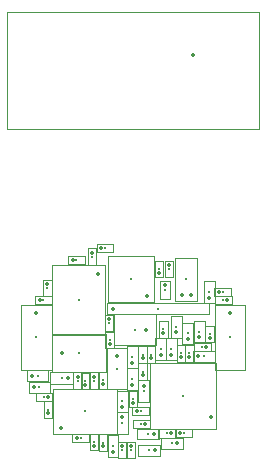
<source format=gbr>
%TF.GenerationSoftware,KiCad,Pcbnew,(6.0.0)*%
%TF.CreationDate,2022-12-05T09:42:48-05:00*%
%TF.ProjectId,headstage-16stim,68656164-7374-4616-9765-2d3136737469,A*%
%TF.SameCoordinates,Original*%
%TF.FileFunction,Component,L1,Top*%
%TF.FilePolarity,Positive*%
%FSLAX46Y46*%
G04 Gerber Fmt 4.6, Leading zero omitted, Abs format (unit mm)*
G04 Created by KiCad (PCBNEW (6.0.0)) date 2022-12-05 09:42:48*
%MOMM*%
%LPD*%
G01*
G04 APERTURE LIST*
%TA.AperFunction,ComponentMain*%
%ADD10C,0.300000*%
%TD*%
%TA.AperFunction,ComponentOutline,Courtyard*%
%ADD11C,0.100000*%
%TD*%
%TA.AperFunction,ComponentPin*%
%ADD12P,0.360000X4X0.000000*%
%TD*%
%TA.AperFunction,ComponentPin*%
%ADD13C,0.000000*%
%TD*%
G04 APERTURE END LIST*
D10*
%TO.C,"J1"*%
%TO.CFtp,"OE_COAX-ADAPTER-XFL-A"*%
%TO.CVal,"OE_COAX-ADAPTER-XFL-A (DNP)"*%
%TO.CLbN,"jonnew"*%
%TO.CMnt,SMD*%
%TO.CRot,0*%
X123670000Y-61500000D03*
D11*
X125469999Y-62799999D02*
X121870001Y-62799999D01*
X121870001Y-60200001D01*
X125469999Y-60200001D01*
X125469999Y-62799999D01*
D12*
%TO.P,"J1","1","In"*%
X124570000Y-61500000D03*
D13*
%TO.P,"J1","2","Ext"*%
X122770000Y-61500000D03*
%TD*%
D10*
%TO.C,"L7"*%
%TO.CFtp,"L_0402_1005Metric"*%
%TO.CVal,"BLM15AX102SN1D"*%
%TO.CLbN,"Inductor_SMD"*%
%TO.CMnt,SMD*%
%TO.CRot,90*%
X127150000Y-61225000D03*
D11*
X127619999Y-62154999D02*
X126680001Y-62154999D01*
X126680001Y-60295001D01*
X127619999Y-60295001D01*
X127619999Y-62154999D01*
D12*
%TO.P,"L7","1","1"*%
X127150000Y-61710000D03*
D13*
%TO.P,"L7","2","2"*%
X127150000Y-60740000D03*
%TD*%
D10*
%TO.C,"L2"*%
%TO.CFtp,"L_0402_1005Metric"*%
%TO.CVal,"BLM15AX102SN1D"*%
%TO.CLbN,"Inductor_SMD"*%
%TO.CMnt,SMD*%
%TO.CRot,90*%
X123450000Y-65650000D03*
D11*
X123919999Y-66579999D02*
X122980001Y-66579999D01*
X122980001Y-64720001D01*
X123919999Y-64720001D01*
X123919999Y-66579999D01*
D12*
%TO.P,"L2","1","1"*%
X123450000Y-66135000D03*
D13*
%TO.P,"L2","2","2"*%
X123450000Y-65165000D03*
%TD*%
D10*
%TO.C,"L1"*%
%TO.CFtp,"L_0402_1005Metric"*%
%TO.CVal,"BLM15AX102SN1D"*%
%TO.CLbN,"Inductor_SMD"*%
%TO.CMnt,SMD*%
%TO.CRot,180*%
X124870000Y-71700000D03*
D11*
X125799999Y-72169999D02*
X123940001Y-72169999D01*
X123940001Y-71230001D01*
X125799999Y-71230001D01*
X125799999Y-72169999D01*
D12*
%TO.P,"L1","1","1"*%
X125355000Y-71700000D03*
D13*
%TO.P,"L1","2","2"*%
X124385000Y-71700000D03*
%TD*%
D10*
%TO.C,"C41"*%
%TO.CFtp,"C_0201_0603Metric"*%
%TO.CVal,"0.1uF"*%
%TO.CLbN,"Capacitor_SMD"*%
%TO.CMnt,SMD*%
%TO.CRot,0*%
X119050000Y-70650000D03*
D11*
X119749999Y-70999999D02*
X118350001Y-70999999D01*
X118350001Y-70300001D01*
X119749999Y-70300001D01*
X119749999Y-70999999D01*
D12*
%TO.P,"C41","1"*%
X118730000Y-70650000D03*
D13*
%TO.P,"C41","2"*%
X119370000Y-70650000D03*
%TD*%
D10*
%TO.C,"SW1"*%
%TO.CFtp,"MITSUMI_R-668049"*%
%TO.CVal,"R-668049"*%
%TO.CLbN,"jonnew"*%
%TO.CMnt,SMD*%
%TO.CRot,90*%
X128012953Y-57232359D03*
D11*
X128937952Y-59057358D02*
X127087954Y-59057358D01*
X127087954Y-55407360D01*
X128937952Y-55407360D01*
X128937952Y-59057358D01*
D12*
%TO.P,"SW1","1","1"*%
X127637953Y-58557359D03*
X128387953Y-58557359D03*
D13*
%TO.P,"SW1","2","2"*%
X128387953Y-55907359D03*
X127637953Y-55907359D03*
%TD*%
D10*
%TO.C,"C36"*%
%TO.CFtp,"C_0201_0603Metric"*%
%TO.CVal,"10pF"*%
%TO.CLbN,"Capacitor_SMD"*%
%TO.CMnt,SMD*%
%TO.CRot,-90*%
X118800000Y-65800000D03*
D11*
X119149999Y-66499999D02*
X118450001Y-66499999D01*
X118450001Y-65100001D01*
X119149999Y-65100001D01*
X119149999Y-66499999D01*
D12*
%TO.P,"C36","1"*%
X118800000Y-65480000D03*
D13*
%TO.P,"C36","2"*%
X118800000Y-66120000D03*
%TD*%
D10*
%TO.C,"U8"*%
%TO.CFtp,"LATTICE_ufcBGA64C40P8X8_3.5X3.5X1.0"*%
%TO.CVal,"LIF-MD6000-6UMG64I"*%
%TO.CLbN,"jonnew"*%
%TO.CMnt,SMD*%
%TO.CRot,180*%
X123312953Y-57232359D03*
D11*
X125262952Y-59182358D02*
X121362954Y-59182358D01*
X121362954Y-55282360D01*
X125262952Y-55282360D01*
X125262952Y-59182358D01*
D12*
%TO.P,"U8","A1","DPHY1_CKP"*%
X124712953Y-58632359D03*
D13*
%TO.P,"U8","A2","DPHY1_CKN"*%
X124312953Y-58632359D03*
%TO.P,"U8","A3","DPHY1_DP3"*%
X123912953Y-58632359D03*
%TO.P,"U8","A4","DPHY1_DN3"*%
X123512953Y-58632359D03*
%TO.P,"U8","A5","DPHY0_DN2"*%
X123112953Y-58632359D03*
%TO.P,"U8","A6","DPHY0_DP0"*%
X122712953Y-58632359D03*
%TO.P,"U8","A7","DPHY0_CKP"*%
X122312953Y-58632359D03*
%TO.P,"U8","A8","DPHY0_CKN"*%
X121912953Y-58632359D03*
%TO.P,"U8","B1","DPHY1_DP2"*%
X124712953Y-58232359D03*
%TO.P,"U8","B2","DPHY1_DN2"*%
X124312953Y-58232359D03*
%TO.P,"U8","B3","DPHY1_DP1"*%
X123912953Y-58232359D03*
%TO.P,"U8","B4","DPHY1_DN1"*%
X123512953Y-58232359D03*
%TO.P,"U8","B5","DPHY0_DP2"*%
X123112953Y-58232359D03*
%TO.P,"U8","B6","DPHY0_DN0"*%
X122712953Y-58232359D03*
%TO.P,"U8","B7","DPHY0_DP3"*%
X122312953Y-58232359D03*
%TO.P,"U8","B8","DPHY0_DN3"*%
X121912953Y-58232359D03*
%TO.P,"U8","C1","DPHY1_DP0"*%
X124712953Y-57832359D03*
%TO.P,"U8","C2","DPHY1_DN0"*%
X124312953Y-57832359D03*
%TO.P,"U8","C3","PCLKT0_0/USER_SDA/PB47"*%
X123912953Y-57832359D03*
%TO.P,"U8","C4","VCCPLL_DPHYx_"*%
X123512953Y-57832359D03*
%TO.P,"U8","C5","VCCA_DPHYx"*%
X123112953Y-57832359D03*
%TO.P,"U8","C6","GNDA_DPHYx"*%
X122712953Y-57832359D03*
%TO.P,"U8","C7","DPHY0_DP1"*%
X122312953Y-57832359D03*
%TO.P,"U8","C8","DPHY0_DN1"*%
X121912953Y-57832359D03*
%TO.P,"U8","D1","PB34B"*%
X124712953Y-57432359D03*
%TO.P,"U8","D2","GR_PCLK1_0/PB34A"*%
X124312953Y-57432359D03*
%TO.P,"U8","D3","SPI_SS/CSN/SCL/PB52"*%
X123912953Y-57432359D03*
%TO.P,"U8","D4","GND"*%
X123512953Y-57432359D03*
%TO.P,"U8","D5","VCC"*%
X123112953Y-57432359D03*
%TO.P,"U8","D6","VCCAUX"*%
X122712953Y-57432359D03*
%TO.P,"U8","D7","PCLKT2_0_/PB16A"*%
X122312953Y-57432359D03*
%TO.P,"U8","D8","GPLLT2_0/PB12A"*%
X121912953Y-57432359D03*
%TO.P,"U8","E1","MISO/PB51"*%
X124712953Y-57032359D03*
%TO.P,"U8","E2","CRESET_B"*%
X124312953Y-57032359D03*
%TO.P,"U8","E3","PCLKT0_1/USER_SCL/PB48"*%
X123912953Y-57032359D03*
%TO.P,"U8","E4","VCC"*%
X123512953Y-57032359D03*
%TO.P,"U8","E5","GND"*%
X123112953Y-57032359D03*
%TO.P,"U8","E6","VCCIO2"*%
X122712953Y-57032359D03*
%TO.P,"U8","E7","PCLKC2_0_/PB16B"*%
X122312953Y-57032359D03*
%TO.P,"U8","E8","GPLLC2_0/PB12B"*%
X121912953Y-57032359D03*
%TO.P,"U8","F1","SPI_SCK/MCK/SDA/PB53"*%
X124712953Y-56632359D03*
%TO.P,"U8","F2","MOSI/PB50"*%
X124312953Y-56632359D03*
%TO.P,"U8","F3","VCCIO0"*%
X123912953Y-56632359D03*
%TO.P,"U8","F4","VCCIO1"*%
X123512953Y-56632359D03*
%TO.P,"U8","F5","GND"*%
X123112953Y-56632359D03*
%TO.P,"U8","F6","VCCIO2"*%
X122712953Y-56632359D03*
%TO.P,"U8","F7","GR_PCLK2_0_/PB6A"*%
X122312953Y-56632359D03*
%TO.P,"U8","F8","PB6B"*%
X121912953Y-56632359D03*
%TO.P,"U8","G1","PB38D"*%
X124712953Y-56232359D03*
%TO.P,"U8","G2","PB38C"*%
X124312953Y-56232359D03*
%TO.P,"U8","G3","PMU_WKUPN/CDONE/PB49"*%
X123912953Y-56232359D03*
%TO.P,"U8","G4","VCCGPLL"*%
X123512953Y-56232359D03*
%TO.P,"U8","G5","PCLKC1_0/PB29B"*%
X123112953Y-56232359D03*
%TO.P,"U8","G6","PCLKT1_0/PB29A"*%
X122712953Y-56232359D03*
%TO.P,"U8","G7","MIPI_CLKC2_0/PB2D"*%
X122312953Y-56232359D03*
%TO.P,"U8","G8","MIPI_CLKT2_0/PB2C"*%
X121912953Y-56232359D03*
%TO.P,"U8","H1","MIPI_CLKC1_0/PB34D"*%
X124712953Y-55832359D03*
%TO.P,"U8","H2","MIPI_CLKT1_0/PB34C"*%
X124312953Y-55832359D03*
%TO.P,"U8","H3","PCLKT1_1/PB29C"*%
X123912953Y-55832359D03*
%TO.P,"U8","H4","PCLKC1_1/PB29D"*%
X123512953Y-55832359D03*
%TO.P,"U8","H5","PCLKC2_1/PB16D"*%
X123112953Y-55832359D03*
%TO.P,"U8","H6","PCLKT2_1/PB16C"*%
X122712953Y-55832359D03*
%TO.P,"U8","H7","PB12D"*%
X122312953Y-55832359D03*
%TO.P,"U8","H8","PB12C"*%
X121912953Y-55832359D03*
%TD*%
D10*
%TO.C,"R15"*%
%TO.CFtp,"R_0201_0603Metric"*%
%TO.CVal,"49.9"*%
%TO.CLbN,"Resistor_SMD"*%
%TO.CMnt,SMD*%
%TO.CRot,90*%
X126070000Y-61450000D03*
D11*
X126419999Y-62149999D02*
X125720001Y-62149999D01*
X125720001Y-60750001D01*
X126419999Y-60750001D01*
X126419999Y-62149999D01*
D12*
%TO.P,"R15","1"*%
X126070000Y-61770000D03*
D13*
%TO.P,"R15","2"*%
X126070000Y-61130000D03*
%TD*%
D10*
%TO.C,"D2"*%
%TO.CFtp,"ROHM_SML-P11MTT86R"*%
%TO.CVal,"SML-P11UTT86R"*%
%TO.CLbN,"jonnew"*%
%TO.CMnt,SMD*%
%TO.CRot,-90*%
X126212953Y-58132359D03*
D11*
X126612952Y-58932358D02*
X125812954Y-58932358D01*
X125812954Y-57332360D01*
X126612952Y-57332360D01*
X126612952Y-58932358D01*
D12*
%TO.P,"D2","1","K"*%
X126212953Y-57682359D03*
D13*
%TO.P,"D2","2","A"*%
X126212953Y-58582359D03*
%TD*%
D10*
%TO.C,"U7"*%
%TO.CFtp,"TI_RHB0032P"*%
%TO.CVal,"DS90UB953A-Q1"*%
%TO.CLbN,"jonnew"*%
%TO.CMnt,SMD*%
%TO.CRot,180*%
X127700000Y-67100000D03*
D11*
X130499999Y-69899999D02*
X124900001Y-69899999D01*
X124900001Y-64300001D01*
X130499999Y-64300001D01*
X130499999Y-69899999D01*
D12*
%TO.P,"U7","1","CSI_D1P"*%
X130100000Y-68849999D03*
D13*
%TO.P,"U7","2","CSI_D1N"*%
X130100000Y-68350000D03*
%TO.P,"U7","3","CSI_D0P"*%
X130100000Y-67850001D03*
%TO.P,"U7","4","CSI_D0N"*%
X130100000Y-67350000D03*
%TO.P,"U7","5","CSI_CLKP"*%
X130100000Y-66850000D03*
%TO.P,"U7","6","CSI_CLKN"*%
X130100000Y-66350002D03*
%TO.P,"U7","7","RES0"*%
X130100000Y-65850000D03*
%TO.P,"U7","8","PDB"*%
X130100000Y-65350001D03*
%TO.P,"U7","9","LPF1"*%
X129449999Y-64700000D03*
%TO.P,"U7","10","VDDPLL_CAP"*%
X128950000Y-64700000D03*
%TO.P,"U7","11","VDDPLL"*%
X128450001Y-64700000D03*
%TO.P,"U7","12","LPF2"*%
X127950000Y-64700000D03*
%TO.P,"U7","13","DOUT-"*%
X127450000Y-64700000D03*
%TO.P,"U7","14","DOUT+"*%
X126950002Y-64700000D03*
%TO.P,"U7","15","VDDDRV_CAP"*%
X126450000Y-64700000D03*
%TO.P,"U7","16","VDDDRV"*%
X125950001Y-64700000D03*
%TO.P,"U7","17","GPIO_0"*%
X125300000Y-65350001D03*
%TO.P,"U7","18","GPIO_1"*%
X125300000Y-65850000D03*
%TO.P,"U7","19","CLK_OUT/IDX"*%
X125300000Y-66350002D03*
%TO.P,"U7","20","CLKIN"*%
X125300000Y-66850000D03*
%TO.P,"U7","21","MODE"*%
X125300000Y-67350000D03*
%TO.P,"U7","22","RES1"*%
X125300000Y-67850001D03*
%TO.P,"U7","23","SDA"*%
X125300000Y-68350000D03*
%TO.P,"U7","24","SCL"*%
X125300000Y-68849999D03*
%TO.P,"U7","25","VDDD"*%
X125950001Y-69500000D03*
%TO.P,"U7","26","VDDD_CAP"*%
X126450000Y-69500000D03*
%TO.P,"U7","27","GPIO_2"*%
X126950002Y-69500000D03*
%TO.P,"U7","28","GPIO_3"*%
X127450000Y-69500000D03*
%TO.P,"U7","29","CSI_D3P"*%
X127950000Y-69500000D03*
%TO.P,"U7","30","CSI_D3N"*%
X128450001Y-69500000D03*
%TO.P,"U7","31","CSI_D2P"*%
X128950000Y-69500000D03*
%TO.P,"U7","32","CSI_D2N"*%
X129449999Y-69500000D03*
%TO.P,"U7","33","DAP(GND)"*%
X127700000Y-67100000D03*
%TD*%
D10*
%TO.C,"J3"*%
%TO.CFtp,"IDC-Header_2x05_P2.54mm_Vertical"*%
%TO.CVal,"SBH11-PBPC-D05-ST-BK"*%
%TO.CLbN,"Connector_IDC"*%
%TO.CMnt,TH*%
%TO.CRot,-90*%
X128580000Y-38247500D03*
D11*
X134179999Y-44467499D02*
X112820001Y-44467499D01*
X112820001Y-34567501D01*
X134179999Y-34567501D01*
X134179999Y-44467499D01*
D12*
%TO.P,"J3","1","Pin_1"*%
X128580000Y-38247500D03*
D13*
%TO.P,"J3","2","Pin_2"*%
X128580000Y-40787500D03*
%TO.P,"J3","3","Pin_3"*%
X126040000Y-38247500D03*
%TO.P,"J3","4","Pin_4"*%
X126040000Y-40787500D03*
%TO.P,"J3","5","Pin_5"*%
X123500000Y-38247500D03*
%TO.P,"J3","6","Pin_6"*%
X123500000Y-40787500D03*
%TO.P,"J3","7","Pin_7"*%
X120960000Y-38247500D03*
%TO.P,"J3","8","Pin_8"*%
X120960000Y-40787500D03*
%TO.P,"J3","9","Pin_9"*%
X118420000Y-38247500D03*
%TO.P,"J3","10","Pin_10"*%
X118420000Y-40787500D03*
%TD*%
D10*
%TO.C,"C29"*%
%TO.CFtp,"C_0402_1005Metric"*%
%TO.CVal,"4.7uF"*%
%TO.CLbN,"Capacitor_SMD"*%
%TO.CMnt,SMD*%
%TO.CRot,0*%
X115570000Y-66350000D03*
D11*
X116479999Y-66809999D02*
X114660001Y-66809999D01*
X114660001Y-65890001D01*
X116479999Y-65890001D01*
X116479999Y-66809999D01*
D12*
%TO.P,"C29","1"*%
X115090000Y-66350000D03*
D13*
%TO.P,"C29","2"*%
X116050000Y-66350000D03*
%TD*%
D10*
%TO.C,"C40"*%
%TO.CFtp,"C_0201_0603Metric"*%
%TO.CVal,"0.1uF"*%
%TO.CLbN,"Capacitor_SMD"*%
%TO.CMnt,SMD*%
%TO.CRot,90*%
X119470000Y-65820000D03*
D11*
X119819999Y-66519999D02*
X119120001Y-66519999D01*
X119120001Y-65120001D01*
X119819999Y-65120001D01*
X119819999Y-66519999D01*
D12*
%TO.P,"C40","1"*%
X119470000Y-66140000D03*
D13*
%TO.P,"C40","2"*%
X119470000Y-65500000D03*
%TD*%
D10*
%TO.C,"R14"*%
%TO.CFtp,"R_0201_0603Metric"*%
%TO.CVal,"2k"*%
%TO.CLbN,"Resistor_SMD"*%
%TO.CMnt,SMD*%
%TO.CRot,90*%
X120930000Y-65780000D03*
D11*
X121279999Y-66479999D02*
X120580001Y-66479999D01*
X120580001Y-65080001D01*
X121279999Y-65080001D01*
X121279999Y-66479999D01*
D12*
%TO.P,"R14","1"*%
X120930000Y-66100000D03*
D13*
%TO.P,"R14","2"*%
X120930000Y-65460000D03*
%TD*%
D10*
%TO.C,"C20"*%
%TO.CFtp,"C_0201_0603Metric"*%
%TO.CVal,"0.1uF"*%
%TO.CLbN,"Capacitor_SMD"*%
%TO.CMnt,SMD*%
%TO.CRot,-90*%
X120000000Y-55300000D03*
D11*
X120349999Y-55999999D02*
X119650001Y-55999999D01*
X119650001Y-54600001D01*
X120349999Y-54600001D01*
X120349999Y-55999999D01*
D12*
%TO.P,"C20","1"*%
X120000000Y-54980000D03*
D13*
%TO.P,"C20","2"*%
X120000000Y-55620000D03*
%TD*%
D10*
%TO.C,"R25"*%
%TO.CFtp,"R_0201_0603Metric"*%
%TO.CVal,"1k"*%
%TO.CLbN,"Resistor_SMD"*%
%TO.CMnt,SMD*%
%TO.CRot,90*%
X125712953Y-56332359D03*
D11*
X126062952Y-57032358D02*
X125362954Y-57032358D01*
X125362954Y-55632360D01*
X126062952Y-55632360D01*
X126062952Y-57032358D01*
D12*
%TO.P,"R25","1"*%
X125712953Y-56652359D03*
D13*
%TO.P,"R25","2"*%
X125712953Y-56012359D03*
%TD*%
D10*
%TO.C,"C34"*%
%TO.CFtp,"C_0402_1005Metric"*%
%TO.CVal,"1uF"*%
%TO.CLbN,"Capacitor_SMD"*%
%TO.CMnt,SMD*%
%TO.CRot,-90*%
X124400000Y-66700000D03*
D11*
X124859999Y-67609999D02*
X123940001Y-67609999D01*
X123940001Y-65790001D01*
X124859999Y-65790001D01*
X124859999Y-67609999D01*
D12*
%TO.P,"C34","1"*%
X124400000Y-66220000D03*
D13*
%TO.P,"C34","2"*%
X124400000Y-67180000D03*
%TD*%
D10*
%TO.C,"R7"*%
%TO.CFtp,"R_0201_0603Metric"*%
%TO.CVal,"10k"*%
%TO.CLbN,"Resistor_SMD"*%
%TO.CMnt,SMD*%
%TO.CRot,0*%
X121130000Y-54570000D03*
D11*
X121829999Y-54919999D02*
X120430001Y-54919999D01*
X120430001Y-54220001D01*
X121829999Y-54220001D01*
X121829999Y-54919999D01*
D12*
%TO.P,"R7","1"*%
X120810000Y-54570000D03*
D13*
%TO.P,"R7","2"*%
X121450000Y-54570000D03*
%TD*%
D10*
%TO.C,"D3"*%
%TO.CFtp,"OSRAM_SFH2400FA-Tight"*%
%TO.CVal,"SFH 2400 FA"*%
%TO.CLbN,"jonnew"*%
%TO.CMnt,SMD*%
%TO.CRot,0*%
X131700000Y-62100000D03*
D11*
X132999999Y-64899999D02*
X130400001Y-64899999D01*
X130400001Y-59400001D01*
X132999999Y-59400001D01*
X132999999Y-64899999D01*
D12*
%TO.P,"D3","1","K"*%
X131700000Y-60050000D03*
D13*
%TO.P,"D3","3","A"*%
X131050000Y-64200000D03*
%TO.P,"D3","2","C"*%
X132350000Y-64200000D03*
%TD*%
D10*
%TO.C,"R8"*%
%TO.CFtp,"R_0201_0603Metric"*%
%TO.CVal,"2k"*%
%TO.CLbN,"Resistor_SMD"*%
%TO.CMnt,SMD*%
%TO.CRot,-90*%
X120160000Y-65800000D03*
D11*
X120509999Y-66499999D02*
X119810001Y-66499999D01*
X119810001Y-65100001D01*
X120509999Y-65100001D01*
X120509999Y-66499999D01*
D12*
%TO.P,"R8","1"*%
X120160000Y-65480000D03*
D13*
%TO.P,"R8","2"*%
X120160000Y-66120000D03*
%TD*%
D10*
%TO.C,"R20"*%
%TO.CFtp,"R_0201_0603Metric"*%
%TO.CVal,"4.7k"*%
%TO.CLbN,"Resistor_SMD"*%
%TO.CMnt,SMD*%
%TO.CRot,-90*%
X126512953Y-56332359D03*
D11*
X126862952Y-57032358D02*
X126162954Y-57032358D01*
X126162954Y-55632360D01*
X126862952Y-55632360D01*
X126862952Y-57032358D01*
D12*
%TO.P,"R20","1"*%
X126512953Y-56012359D03*
D13*
%TO.P,"R20","2"*%
X126512953Y-56652359D03*
%TD*%
D10*
%TO.C,"C8"*%
%TO.CFtp,"C_0201_0603Metric"*%
%TO.CVal,"10nF"*%
%TO.CLbN,"Capacitor_SMD"*%
%TO.CMnt,SMD*%
%TO.CRot,90*%
X124300000Y-63600000D03*
D11*
X124649999Y-64299999D02*
X123950001Y-64299999D01*
X123950001Y-62900001D01*
X124649999Y-62900001D01*
X124649999Y-64299999D01*
D12*
%TO.P,"C8","1"*%
X124300000Y-63920000D03*
D13*
%TO.P,"C8","2"*%
X124300000Y-63280000D03*
%TD*%
D10*
%TO.C,"C14"*%
%TO.CFtp,"C_0201_0603Metric"*%
%TO.CVal,"10nF"*%
%TO.CLbN,"Capacitor_SMD"*%
%TO.CMnt,SMD*%
%TO.CRot,180*%
X124210000Y-69480000D03*
D11*
X124909999Y-69829999D02*
X123510001Y-69829999D01*
X123510001Y-69130001D01*
X124909999Y-69130001D01*
X124909999Y-69829999D01*
D12*
%TO.P,"C14","1"*%
X124530000Y-69480000D03*
D13*
%TO.P,"C14","2"*%
X123890000Y-69480000D03*
%TD*%
D10*
%TO.C,"R11"*%
%TO.CFtp,"R_0201_0603Metric"*%
%TO.CVal,"4.7k"*%
%TO.CLbN,"Resistor_SMD"*%
%TO.CMnt,SMD*%
%TO.CRot,-90*%
X121490000Y-60910000D03*
D11*
X121839999Y-61609999D02*
X121140001Y-61609999D01*
X121140001Y-60210001D01*
X121839999Y-60210001D01*
X121839999Y-61609999D01*
D12*
%TO.P,"R11","1"*%
X121490000Y-60590000D03*
D13*
%TO.P,"R11","2"*%
X121490000Y-61230000D03*
%TD*%
D10*
%TO.C,"C12"*%
%TO.CFtp,"C_0402_1005Metric"*%
%TO.CVal,"0.1uF"*%
%TO.CLbN,"Capacitor_SMD"*%
%TO.CMnt,SMD*%
%TO.CRot,90*%
X125830000Y-63120000D03*
D11*
X126289999Y-64029999D02*
X125370001Y-64029999D01*
X125370001Y-62210001D01*
X126289999Y-62210001D01*
X126289999Y-64029999D01*
D12*
%TO.P,"C12","1"*%
X125830000Y-63600000D03*
D13*
%TO.P,"C12","2"*%
X125830000Y-62640000D03*
%TD*%
D10*
%TO.C,"C16"*%
%TO.CFtp,"C_0201_0603Metric"*%
%TO.CVal,"10nF"*%
%TO.CLbN,"Capacitor_SMD"*%
%TO.CMnt,SMD*%
%TO.CRot,90*%
X128275000Y-63500000D03*
D11*
X128624999Y-64199999D02*
X127925001Y-64199999D01*
X127925001Y-62800001D01*
X128624999Y-62800001D01*
X128624999Y-64199999D01*
D12*
%TO.P,"C16","1"*%
X128275000Y-63820000D03*
D13*
%TO.P,"C16","2"*%
X128275000Y-63180000D03*
%TD*%
D10*
%TO.C,"C17"*%
%TO.CFtp,"C_0402_1005Metric"*%
%TO.CVal,"1uF"*%
%TO.CLbN,"Capacitor_SMD"*%
%TO.CMnt,SMD*%
%TO.CRot,180*%
X124760000Y-70320000D03*
D11*
X125669999Y-70779999D02*
X123850001Y-70779999D01*
X123850001Y-69860001D01*
X125669999Y-69860001D01*
X125669999Y-70779999D01*
D12*
%TO.P,"C17","1"*%
X125240000Y-70320000D03*
D13*
%TO.P,"C17","2"*%
X124280000Y-70320000D03*
%TD*%
D10*
%TO.C,"C63"*%
%TO.CFtp,"C_0402_1005Metric"*%
%TO.CVal,"4.7uF"*%
%TO.CLbN,"Capacitor_SMD"*%
%TO.CMnt,SMD*%
%TO.CRot,90*%
X121800000Y-71350000D03*
D11*
X122259999Y-72259999D02*
X121340001Y-72259999D01*
X121340001Y-70440001D01*
X122259999Y-70440001D01*
X122259999Y-72259999D01*
D12*
%TO.P,"C63","1"*%
X121800000Y-71830000D03*
D13*
%TO.P,"C63","2"*%
X121800000Y-70870000D03*
%TD*%
D10*
%TO.C,"C4"*%
%TO.CFtp,"C_0201_0603Metric"*%
%TO.CVal,"0.1uF"*%
%TO.CLbN,"Capacitor_SMD"*%
%TO.CMnt,SMD*%
%TO.CRot,0*%
X127800000Y-70250000D03*
D11*
X128499999Y-70599999D02*
X127100001Y-70599999D01*
X127100001Y-69900001D01*
X128499999Y-69900001D01*
X128499999Y-70599999D01*
D12*
%TO.P,"C4","1"*%
X127480000Y-70250000D03*
D13*
%TO.P,"C4","2"*%
X128120000Y-70250000D03*
%TD*%
D10*
%TO.C,"C7"*%
%TO.CFtp,"C_0201_0603Metric"*%
%TO.CVal,"10nF"*%
%TO.CLbN,"Capacitor_SMD"*%
%TO.CMnt,SMD*%
%TO.CRot,180*%
X126350000Y-70275000D03*
D11*
X127049999Y-70624999D02*
X125650001Y-70624999D01*
X125650001Y-69925001D01*
X127049999Y-69925001D01*
X127049999Y-70624999D01*
D12*
%TO.P,"C7","1"*%
X126670000Y-70275000D03*
D13*
%TO.P,"C7","2"*%
X126030000Y-70275000D03*
%TD*%
D10*
%TO.C,"C26"*%
%TO.CFtp,"C_0201_0603Metric"*%
%TO.CVal,"0.1uF"*%
%TO.CLbN,"Capacitor_SMD"*%
%TO.CMnt,SMD*%
%TO.CRot,0*%
X131080000Y-58270000D03*
D11*
X131779999Y-58619999D02*
X130380001Y-58619999D01*
X130380001Y-57920001D01*
X131779999Y-57920001D01*
X131779999Y-58619999D01*
D12*
%TO.P,"C26","1"*%
X130760000Y-58270000D03*
D13*
%TO.P,"C26","2"*%
X131400000Y-58270000D03*
%TD*%
D10*
%TO.C,"C19"*%
%TO.CFtp,"C_0201_0603Metric"*%
%TO.CVal,"0.1uF"*%
%TO.CLbN,"Capacitor_SMD"*%
%TO.CMnt,SMD*%
%TO.CRot,-90*%
X122590000Y-71670000D03*
D11*
X122939999Y-72369999D02*
X122240001Y-72369999D01*
X122240001Y-70970001D01*
X122939999Y-70970001D01*
X122939999Y-72369999D01*
D12*
%TO.P,"C19","1"*%
X122590000Y-71350000D03*
D13*
%TO.P,"C19","2"*%
X122590000Y-71990000D03*
%TD*%
D10*
%TO.C,"C2"*%
%TO.CFtp,"C_0402_1005Metric"*%
%TO.CVal,"10uF"*%
%TO.CLbN,"Capacitor_SMD"*%
%TO.CMnt,SMD*%
%TO.CRot,90*%
X123450000Y-63800000D03*
D11*
X123909999Y-64709999D02*
X122990001Y-64709999D01*
X122990001Y-62890001D01*
X123909999Y-62890001D01*
X123909999Y-64709999D01*
D12*
%TO.P,"C2","1"*%
X123450000Y-64280000D03*
D13*
%TO.P,"C2","2"*%
X123450000Y-63320000D03*
%TD*%
D10*
%TO.C,"C1"*%
%TO.CFtp,"C_0402_1005Metric"*%
%TO.CVal,"10uF"*%
%TO.CLbN,"Capacitor_SMD"*%
%TO.CMnt,SMD*%
%TO.CRot,180*%
X126780000Y-71100000D03*
D11*
X127689999Y-71559999D02*
X125870001Y-71559999D01*
X125870001Y-70640001D01*
X127689999Y-70640001D01*
X127689999Y-71559999D01*
D12*
%TO.P,"C1","1"*%
X127260000Y-71100000D03*
D13*
%TO.P,"C1","2"*%
X126300000Y-71100000D03*
%TD*%
D10*
%TO.C,"U4"*%
%TO.CFtp,"LINEAR_SON50P300X500X80-19N-D"*%
%TO.CVal,"LTC3265xxHC#PBF"*%
%TO.CLbN,"jonnew"*%
%TO.CMnt,SMD*%
%TO.CRot,90*%
X119400000Y-68400000D03*
D11*
X122099999Y-70299999D02*
X116700001Y-70299999D01*
X116700001Y-66500001D01*
X122099999Y-66500001D01*
X122099999Y-70299999D01*
D12*
%TO.P,"U4","1","CBST-"*%
X117400000Y-69825000D03*
D13*
%TO.P,"U4","19","GND"*%
X119400000Y-68400000D03*
%TO.P,"U4","18","VOUT+"*%
X117400000Y-66975000D03*
%TO.P,"U4","17","LDO+"*%
X117900000Y-66975000D03*
%TO.P,"U4","16","ADJ+"*%
X118400000Y-66975000D03*
%TO.P,"U4","15","BYP+"*%
X118900000Y-66975000D03*
%TO.P,"U4","14","MODE"*%
X119400000Y-66975000D03*
%TO.P,"U4","13","EN+"*%
X119900000Y-66975000D03*
%TO.P,"U4","12","RT"*%
X120400000Y-66975000D03*
%TO.P,"U4","11","VIN-"*%
X120900000Y-66975000D03*
%TO.P,"U4","10","CINV+"*%
X121399857Y-66975000D03*
%TO.P,"U4","9","CINV-"*%
X121400000Y-69825000D03*
%TO.P,"U4","8","VOUT-"*%
X120900000Y-69825000D03*
%TO.P,"U4","7","LDO-"*%
X120400000Y-69825000D03*
%TO.P,"U4","6","ADJ-"*%
X119900000Y-69825000D03*
%TO.P,"U4","5","BYP-"*%
X119400000Y-69825000D03*
%TO.P,"U4","4","EN-"*%
X118900000Y-69825000D03*
%TO.P,"U4","3","VIN+"*%
X118400000Y-69825000D03*
%TO.P,"U4","2","CBST+"*%
X117900000Y-69825000D03*
%TD*%
D10*
%TO.C,"C18"*%
%TO.CFtp,"C_0201_0603Metric"*%
%TO.CVal,"0.1uF"*%
%TO.CLbN,"Capacitor_SMD"*%
%TO.CMnt,SMD*%
%TO.CRot,-90*%
X123300000Y-71670000D03*
D11*
X123649999Y-72369999D02*
X122950001Y-72369999D01*
X122950001Y-70970001D01*
X123649999Y-70970001D01*
X123649999Y-72369999D01*
D12*
%TO.P,"C18","1"*%
X123300000Y-71350000D03*
D13*
%TO.P,"C18","2"*%
X123300000Y-71990000D03*
%TD*%
D10*
%TO.C,"R24"*%
%TO.CFtp,"R_0201_0603Metric"*%
%TO.CVal,"604k\u002C1\u0025"*%
%TO.CLbN,"Resistor_SMD"*%
%TO.CMnt,SMD*%
%TO.CRot,90*%
X120950000Y-71055000D03*
D11*
X121299999Y-71754999D02*
X120600001Y-71754999D01*
X120600001Y-70355001D01*
X121299999Y-70355001D01*
X121299999Y-71754999D01*
D12*
%TO.P,"R24","1"*%
X120950000Y-71375000D03*
D13*
%TO.P,"R24","2"*%
X120950000Y-70735000D03*
%TD*%
D10*
%TO.C,"R19"*%
%TO.CFtp,"R_0201_0603Metric"*%
%TO.CVal,"125k\u002C1\u0025"*%
%TO.CLbN,"Resistor_SMD"*%
%TO.CMnt,SMD*%
%TO.CRot,90*%
X116300000Y-68255000D03*
D11*
X116649999Y-68954999D02*
X115950001Y-68954999D01*
X115950001Y-67555001D01*
X116649999Y-67555001D01*
X116649999Y-68954999D01*
D12*
%TO.P,"R19","1"*%
X116300000Y-68575000D03*
D13*
%TO.P,"R19","2"*%
X116300000Y-67935000D03*
%TD*%
D10*
%TO.C,"U3"*%
%TO.CFtp,"LGA-28_5.2x3.8mm_P0.5mm"*%
%TO.CVal,"BNO055"*%
%TO.CLbN,"Package_LGA"*%
%TO.CMnt,SMD*%
%TO.CRot,-90*%
X118900000Y-58987500D03*
D11*
X121149999Y-61967499D02*
X116650001Y-61967499D01*
X116650001Y-56007501D01*
X121149999Y-56007501D01*
X121149999Y-61967499D01*
D12*
%TO.P,"U3","1","PIN1"*%
X120562500Y-56737500D03*
D13*
%TO.P,"U3","28","VDDIO"*%
X120562500Y-57237500D03*
%TO.P,"U3","27","XIN32"*%
X120562500Y-57737500D03*
%TO.P,"U3","26","XOUT32"*%
X120562500Y-58237500D03*
%TO.P,"U3","25","GNDIO"*%
X120562500Y-58737500D03*
%TO.P,"U3","24","PIN24"*%
X120562500Y-59237500D03*
%TO.P,"U3","23","PIN23"*%
X120562500Y-59737500D03*
%TO.P,"U3","22","PIN22"*%
X120562500Y-60237500D03*
%TO.P,"U3","21","PIN21"*%
X120562500Y-60737500D03*
%TO.P,"U3","20","COM0"*%
X120562500Y-61237500D03*
%TO.P,"U3","19","COM1"*%
X119650000Y-61375000D03*
%TO.P,"U3","18","COM2"*%
X119150000Y-61375000D03*
%TO.P,"U3","17","COM3"*%
X118650000Y-61375000D03*
%TO.P,"U3","16","GNDIO"*%
X118150000Y-61375000D03*
%TO.P,"U3","15","GNDIO"*%
X117237500Y-61237500D03*
%TO.P,"U3","14","INT"*%
X117237500Y-60737500D03*
%TO.P,"U3","13","PIN13"*%
X117237500Y-60237500D03*
%TO.P,"U3","12","PIN12"*%
X117237500Y-59737500D03*
%TO.P,"U3","11","~{RESET}"*%
X117237500Y-59237500D03*
%TO.P,"U3","10","BL_IND"*%
X117237500Y-58737500D03*
%TO.P,"U3","9","CAP"*%
X117237500Y-58237500D03*
%TO.P,"U3","8","PIN8"*%
X117237500Y-57737500D03*
%TO.P,"U3","7","PIN7"*%
X117237500Y-57237500D03*
%TO.P,"U3","6","PS0"*%
X117237500Y-56737500D03*
%TO.P,"U3","5","PS1"*%
X118150000Y-56600000D03*
%TO.P,"U3","4","~{BOOT_LOAD_PIN}"*%
X118650000Y-56600000D03*
%TO.P,"U3","3","VDD"*%
X119150000Y-56600000D03*
%TO.P,"U3","2","GND"*%
X119650000Y-56600000D03*
%TD*%
D10*
%TO.C,"L9"*%
%TO.CFtp,"L_0805_2012Metric"*%
%TO.CVal,"CIG21L4R7MNE"*%
%TO.CLbN,"Inductor_SMD"*%
%TO.CMnt,SMD*%
%TO.CRot,-90*%
X122100000Y-64800000D03*
D11*
X122949999Y-66549999D02*
X121250001Y-66549999D01*
X121250001Y-63050001D01*
X122949999Y-63050001D01*
X122949999Y-66549999D01*
D12*
%TO.P,"L9","1","1"*%
X122100000Y-63737500D03*
D13*
%TO.P,"L9","2","2"*%
X122100000Y-65862500D03*
%TD*%
D10*
%TO.C,"R12"*%
%TO.CFtp,"R_0201_0603Metric"*%
%TO.CVal,"4.7k"*%
%TO.CLbN,"Resistor_SMD"*%
%TO.CMnt,SMD*%
%TO.CRot,90*%
X121510000Y-62350000D03*
D11*
X121859999Y-63049999D02*
X121160001Y-63049999D01*
X121160001Y-61650001D01*
X121859999Y-61650001D01*
X121859999Y-63049999D01*
D12*
%TO.P,"R12","1"*%
X121510000Y-62670000D03*
D13*
%TO.P,"R12","2"*%
X121510000Y-62030000D03*
%TD*%
D10*
%TO.C,"C21"*%
%TO.CFtp,"C_0201_0603Metric"*%
%TO.CVal,"0.1uF"*%
%TO.CLbN,"Capacitor_SMD"*%
%TO.CMnt,SMD*%
%TO.CRot,-90*%
X116250000Y-57950000D03*
D11*
X116599999Y-58649999D02*
X115900001Y-58649999D01*
X115900001Y-57250001D01*
X116599999Y-57250001D01*
X116599999Y-58649999D01*
D12*
%TO.P,"C21","1"*%
X116250000Y-57630000D03*
D13*
%TO.P,"C21","2"*%
X116250000Y-58270000D03*
%TD*%
D10*
%TO.C,"C9"*%
%TO.CFtp,"C_0201_0603Metric"*%
%TO.CVal,"10nF"*%
%TO.CLbN,"Capacitor_SMD"*%
%TO.CMnt,SMD*%
%TO.CRot,180*%
X129375000Y-62975000D03*
D11*
X130074999Y-63324999D02*
X128675001Y-63324999D01*
X128675001Y-62625001D01*
X130074999Y-62625001D01*
X130074999Y-63324999D01*
D12*
%TO.P,"C9","1"*%
X129695000Y-62975000D03*
D13*
%TO.P,"C9","2"*%
X129055000Y-62975000D03*
%TD*%
D10*
%TO.C,"C6"*%
%TO.CFtp,"C_0201_0603Metric"*%
%TO.CVal,"0.1uF"*%
%TO.CLbN,"Capacitor_SMD"*%
%TO.CMnt,SMD*%
%TO.CRot,90*%
X129975000Y-61850000D03*
D11*
X130324999Y-62549999D02*
X129625001Y-62549999D01*
X129625001Y-61150001D01*
X130324999Y-61150001D01*
X130324999Y-62549999D01*
D12*
%TO.P,"C6","1"*%
X129975000Y-62170000D03*
D13*
%TO.P,"C6","2"*%
X129975000Y-61530000D03*
%TD*%
D10*
%TO.C,"C15"*%
%TO.CFtp,"C_0201_0603Metric"*%
%TO.CVal,"10nF"*%
%TO.CLbN,"Capacitor_SMD"*%
%TO.CMnt,SMD*%
%TO.CRot,90*%
X124300000Y-65040000D03*
D11*
X124649999Y-65739999D02*
X123950001Y-65739999D01*
X123950001Y-64340001D01*
X124649999Y-64340001D01*
X124649999Y-65739999D01*
D12*
%TO.P,"C15","1"*%
X124300000Y-65360000D03*
D13*
%TO.P,"C15","2"*%
X124300000Y-64720000D03*
%TD*%
D10*
%TO.C,"L8"*%
%TO.CFtp,"L_1210_3225Metric"*%
%TO.CVal,"CBC3225T101MR"*%
%TO.CLbN,"Inductor_SMD"*%
%TO.CMnt,SMD*%
%TO.CRot,0*%
X118900000Y-63460000D03*
D11*
X121179999Y-65039999D02*
X116620001Y-65039999D01*
X116620001Y-61880001D01*
X121179999Y-61880001D01*
X121179999Y-65039999D01*
D12*
%TO.P,"L8","1","1"*%
X117500000Y-63460000D03*
D13*
%TO.P,"L8","2","2"*%
X120300000Y-63460000D03*
%TD*%
D10*
%TO.C,"R4"*%
%TO.CFtp,"R_0201_0603Metric"*%
%TO.CVal,"78.7k\u002C1\u0025"*%
%TO.CLbN,"Resistor_SMD"*%
%TO.CMnt,SMD*%
%TO.CRot,90*%
X123510000Y-67340000D03*
D11*
X123859999Y-68039999D02*
X123160001Y-68039999D01*
X123160001Y-66640001D01*
X123859999Y-66640001D01*
X123859999Y-68039999D01*
D12*
%TO.P,"R4","1"*%
X123510000Y-67660000D03*
D13*
%TO.P,"R4","2"*%
X123510000Y-67020000D03*
%TD*%
D10*
%TO.C,"C5"*%
%TO.CFtp,"C_0201_0603Metric"*%
%TO.CVal,"0.1uF"*%
%TO.CLbN,"Capacitor_SMD"*%
%TO.CMnt,SMD*%
%TO.CRot,90*%
X125000000Y-63600000D03*
D11*
X125349999Y-64299999D02*
X124650001Y-64299999D01*
X124650001Y-62900001D01*
X125349999Y-62900001D01*
X125349999Y-64299999D01*
D12*
%TO.P,"C5","1"*%
X125000000Y-63920000D03*
D13*
%TO.P,"C5","2"*%
X125000000Y-63280000D03*
%TD*%
D10*
%TO.C,"C25"*%
%TO.CFtp,"C_0402_1005Metric"*%
%TO.CVal,"1uF"*%
%TO.CLbN,"Capacitor_SMD"*%
%TO.CMnt,SMD*%
%TO.CRot,90*%
X129950000Y-58300000D03*
D11*
X130409999Y-59209999D02*
X129490001Y-59209999D01*
X129490001Y-57390001D01*
X130409999Y-57390001D01*
X130409999Y-59209999D01*
D12*
%TO.P,"C25","1"*%
X129950000Y-58780000D03*
D13*
%TO.P,"C25","2"*%
X129950000Y-57820000D03*
%TD*%
D10*
%TO.C,"J5"*%
%TO.CFtp,"ONIXJTAG-RevA"*%
%TO.CVal,"PINHD-1x7_ONIXJTAG-RevA"*%
%TO.CLbN,"jonnew"*%
%TO.CMnt,SMD*%
%TO.CRot,0*%
X125610000Y-59700000D03*
D11*
X129909999Y-60199999D02*
X121310001Y-60199999D01*
X121310001Y-59200001D01*
X129909999Y-59200001D01*
X129909999Y-60199999D01*
D12*
%TO.P,"J5","1","GND"*%
X121800000Y-59700000D03*
D13*
%TO.P,"J5","7","TCK"*%
X129420000Y-59700000D03*
%TO.P,"J5","6","TMS"*%
X128150000Y-59700000D03*
%TO.P,"J5","5","TDO"*%
X126880000Y-59700000D03*
%TO.P,"J5","4","TDI"*%
X125610000Y-59700000D03*
%TO.P,"J5","3","VREF"*%
X124340000Y-59700000D03*
%TO.P,"J5","2","VCOAX"*%
X123070000Y-59700000D03*
%TD*%
D10*
%TO.C,"C35"*%
%TO.CFtp,"C_0402_1005Metric"*%
%TO.CVal,"1uF"*%
%TO.CLbN,"Capacitor_SMD"*%
%TO.CMnt,SMD*%
%TO.CRot,90*%
X128125000Y-61800000D03*
D11*
X128584999Y-62709999D02*
X127665001Y-62709999D01*
X127665001Y-60890001D01*
X128584999Y-60890001D01*
X128584999Y-62709999D01*
D12*
%TO.P,"C35","1"*%
X128125000Y-62280000D03*
D13*
%TO.P,"C35","2"*%
X128125000Y-61320000D03*
%TD*%
D10*
%TO.C,"R3"*%
%TO.CFtp,"R_0201_0603Metric"*%
%TO.CVal,"39.2\u002C1\u0025"*%
%TO.CLbN,"Resistor_SMD"*%
%TO.CMnt,SMD*%
%TO.CRot,0*%
X124130000Y-68370000D03*
D11*
X124829999Y-68719999D02*
X123430001Y-68719999D01*
X123430001Y-68020001D01*
X124829999Y-68020001D01*
X124829999Y-68719999D01*
D12*
%TO.P,"R3","1"*%
X123810000Y-68370000D03*
D13*
%TO.P,"R3","2"*%
X124450000Y-68370000D03*
%TD*%
D10*
%TO.C,"R17"*%
%TO.CFtp,"R_0201_0603Metric"*%
%TO.CVal,"15k"*%
%TO.CLbN,"Resistor_SMD"*%
%TO.CMnt,SMD*%
%TO.CRot,180*%
X131140000Y-58970000D03*
D11*
X131839999Y-59319999D02*
X130440001Y-59319999D01*
X130440001Y-58620001D01*
X131839999Y-58620001D01*
X131839999Y-59319999D01*
D12*
%TO.P,"R17","1"*%
X131460000Y-58970000D03*
D13*
%TO.P,"R17","2"*%
X130820000Y-58970000D03*
%TD*%
D10*
%TO.C,"C60"*%
%TO.CFtp,"C_0201_0603Metric"*%
%TO.CVal,"10pF"*%
%TO.CLbN,"Capacitor_SMD"*%
%TO.CMnt,SMD*%
%TO.CRot,90*%
X120200000Y-71000000D03*
D11*
X120549999Y-71699999D02*
X119850001Y-71699999D01*
X119850001Y-70300001D01*
X120549999Y-70300001D01*
X120549999Y-71699999D01*
D12*
%TO.P,"C60","1"*%
X120200000Y-71320000D03*
D13*
%TO.P,"C60","2"*%
X120200000Y-70680000D03*
%TD*%
D10*
%TO.C,"C13"*%
%TO.CFtp,"C_0402_1005Metric"*%
%TO.CVal,"47nF"*%
%TO.CLbN,"Capacitor_SMD"*%
%TO.CMnt,SMD*%
%TO.CRot,90*%
X126750000Y-63120000D03*
D11*
X127209999Y-64029999D02*
X126290001Y-64029999D01*
X126290001Y-62210001D01*
X127209999Y-62210001D01*
X127209999Y-64029999D01*
D12*
%TO.P,"C13","1"*%
X126750000Y-63600000D03*
D13*
%TO.P,"C13","2"*%
X126750000Y-62640000D03*
%TD*%
D10*
%TO.C,"R10"*%
%TO.CFtp,"R_0201_0603Metric"*%
%TO.CVal,"10k"*%
%TO.CLbN,"Resistor_SMD"*%
%TO.CMnt,SMD*%
%TO.CRot,0*%
X118700000Y-55600000D03*
D11*
X119399999Y-55949999D02*
X118000001Y-55949999D01*
X118000001Y-55250001D01*
X119399999Y-55250001D01*
X119399999Y-55949999D01*
D12*
%TO.P,"R10","1"*%
X118380000Y-55600000D03*
D13*
%TO.P,"R10","2"*%
X119020000Y-55600000D03*
%TD*%
D10*
%TO.C,"R18"*%
%TO.CFtp,"R_0201_0603Metric"*%
%TO.CVal,"604k\u002C1\u0025"*%
%TO.CLbN,"Resistor_SMD"*%
%TO.CMnt,SMD*%
%TO.CRot,180*%
X115955000Y-67200000D03*
D11*
X116654999Y-67549999D02*
X115255001Y-67549999D01*
X115255001Y-66850001D01*
X116654999Y-66850001D01*
X116654999Y-67549999D01*
D12*
%TO.P,"R18","1"*%
X116275000Y-67200000D03*
D13*
%TO.P,"R18","2"*%
X115635000Y-67200000D03*
%TD*%
D10*
%TO.C,"C11"*%
%TO.CFtp,"C_0201_0603Metric"*%
%TO.CVal,"0.1uF"*%
%TO.CLbN,"Capacitor_SMD"*%
%TO.CMnt,SMD*%
%TO.CRot,90*%
X127575000Y-63500000D03*
D11*
X127924999Y-64199999D02*
X127225001Y-64199999D01*
X127225001Y-62800001D01*
X127924999Y-62800001D01*
X127924999Y-64199999D01*
D12*
%TO.P,"C11","1"*%
X127575000Y-63820000D03*
D13*
%TO.P,"C11","2"*%
X127575000Y-63180000D03*
%TD*%
D10*
%TO.C,"C3"*%
%TO.CFtp,"C_0402_1005Metric"*%
%TO.CVal,"10uF"*%
%TO.CLbN,"Capacitor_SMD"*%
%TO.CMnt,SMD*%
%TO.CRot,90*%
X129100000Y-61650000D03*
D11*
X129559999Y-62559999D02*
X128640001Y-62559999D01*
X128640001Y-60740001D01*
X129559999Y-60740001D01*
X129559999Y-62559999D01*
D12*
%TO.P,"C3","1"*%
X129100000Y-62130000D03*
D13*
%TO.P,"C3","2"*%
X129100000Y-61170000D03*
%TD*%
D10*
%TO.C,"R9"*%
%TO.CFtp,"R_0201_0603Metric"*%
%TO.CVal,"10k"*%
%TO.CLbN,"Resistor_SMD"*%
%TO.CMnt,SMD*%
%TO.CRot,0*%
X115910000Y-59000000D03*
D11*
X116609999Y-59349999D02*
X115210001Y-59349999D01*
X115210001Y-58650001D01*
X116609999Y-58650001D01*
X116609999Y-59349999D01*
D12*
%TO.P,"R9","1"*%
X115590000Y-59000000D03*
D13*
%TO.P,"R9","2"*%
X116230000Y-59000000D03*
%TD*%
D10*
%TO.C,"C10"*%
%TO.CFtp,"C_0402_1005Metric"*%
%TO.CVal,"22nF"*%
%TO.CLbN,"Capacitor_SMD"*%
%TO.CMnt,SMD*%
%TO.CRot,0*%
X129500000Y-63750000D03*
D11*
X130409999Y-64209999D02*
X128590001Y-64209999D01*
X128590001Y-63290001D01*
X130409999Y-63290001D01*
X130409999Y-64209999D01*
D12*
%TO.P,"C10","1"*%
X129020000Y-63750000D03*
D13*
%TO.P,"C10","2"*%
X129980000Y-63750000D03*
%TD*%
D10*
%TO.C,"C64"*%
%TO.CFtp,"C_0402_1005Metric"*%
%TO.CVal,"4.7uF"*%
%TO.CLbN,"Capacitor_SMD"*%
%TO.CMnt,SMD*%
%TO.CRot,-90*%
X122600000Y-69370000D03*
D11*
X123059999Y-70279999D02*
X122140001Y-70279999D01*
X122140001Y-68460001D01*
X123059999Y-68460001D01*
X123059999Y-70279999D01*
D12*
%TO.P,"C64","1"*%
X122600000Y-68890000D03*
D13*
%TO.P,"C64","2"*%
X122600000Y-69850000D03*
%TD*%
D10*
%TO.C,"C33"*%
%TO.CFtp,"C_0402_1005Metric"*%
%TO.CVal,"4.7uF"*%
%TO.CLbN,"Capacitor_SMD"*%
%TO.CMnt,SMD*%
%TO.CRot,0*%
X115420000Y-65400000D03*
D11*
X116329999Y-65859999D02*
X114510001Y-65859999D01*
X114510001Y-64940001D01*
X116329999Y-64940001D01*
X116329999Y-65859999D01*
D12*
%TO.P,"C33","1"*%
X114940000Y-65400000D03*
D13*
%TO.P,"C33","2"*%
X115900000Y-65400000D03*
%TD*%
D10*
%TO.C,"F1"*%
%TO.CFtp,"LITTLEFUSE_0402"*%
%TO.CVal,"0402L020SL"*%
%TO.CLbN,"jonnew"*%
%TO.CMnt,SMD*%
%TO.CRot,180*%
X117450000Y-65600000D03*
D11*
X118449999Y-66099999D02*
X116450001Y-66099999D01*
X116450001Y-65100001D01*
X118449999Y-65100001D01*
X118449999Y-66099999D01*
D12*
%TO.P,"F1","1"*%
X117950000Y-65600000D03*
D13*
%TO.P,"F1","2"*%
X116950000Y-65600000D03*
%TD*%
D10*
%TO.C,"D1"*%
%TO.CFtp,"OSRAM_SFH2400FA-Tight"*%
%TO.CVal,"SFH 2400 FA"*%
%TO.CLbN,"jonnew"*%
%TO.CMnt,SMD*%
%TO.CRot,0*%
X115300000Y-62100000D03*
D11*
X116599999Y-64899999D02*
X114000001Y-64899999D01*
X114000001Y-59400001D01*
X116599999Y-59400001D01*
X116599999Y-64899999D01*
D12*
%TO.P,"D1","1","K"*%
X115300000Y-60050000D03*
D13*
%TO.P,"D1","3","A"*%
X114650000Y-64200000D03*
%TO.P,"D1","2","C"*%
X115950000Y-64200000D03*
%TD*%
D10*
%TO.C,"C59"*%
%TO.CFtp,"C_0402_1005Metric"*%
%TO.CVal,"0.47uF"*%
%TO.CLbN,"Capacitor_SMD"*%
%TO.CMnt,SMD*%
%TO.CRot,90*%
X122600000Y-67550000D03*
D11*
X123059999Y-68459999D02*
X122140001Y-68459999D01*
X122140001Y-66640001D01*
X123059999Y-66640001D01*
X123059999Y-68459999D01*
D12*
%TO.P,"C59","1"*%
X122600000Y-68030000D03*
D13*
%TO.P,"C59","2"*%
X122600000Y-67070000D03*
%TD*%
M02*

</source>
